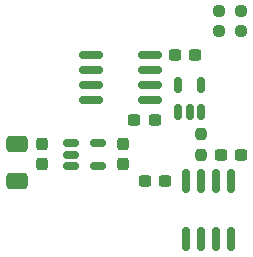
<source format=gtp>
G04 #@! TF.GenerationSoftware,KiCad,Pcbnew,7.0.11-2.fc39*
G04 #@! TF.CreationDate,2024-06-09T18:16:26+02:00*
G04 #@! TF.ProjectId,current_measurement_extension,63757272-656e-4745-9f6d-656173757265,1.0*
G04 #@! TF.SameCoordinates,Original*
G04 #@! TF.FileFunction,Paste,Top*
G04 #@! TF.FilePolarity,Positive*
%FSLAX46Y46*%
G04 Gerber Fmt 4.6, Leading zero omitted, Abs format (unit mm)*
G04 Created by KiCad (PCBNEW 7.0.11-2.fc39) date 2024-06-09 18:16:26*
%MOMM*%
%LPD*%
G01*
G04 APERTURE LIST*
G04 Aperture macros list*
%AMRoundRect*
0 Rectangle with rounded corners*
0 $1 Rounding radius*
0 $2 $3 $4 $5 $6 $7 $8 $9 X,Y pos of 4 corners*
0 Add a 4 corners polygon primitive as box body*
4,1,4,$2,$3,$4,$5,$6,$7,$8,$9,$2,$3,0*
0 Add four circle primitives for the rounded corners*
1,1,$1+$1,$2,$3*
1,1,$1+$1,$4,$5*
1,1,$1+$1,$6,$7*
1,1,$1+$1,$8,$9*
0 Add four rect primitives between the rounded corners*
20,1,$1+$1,$2,$3,$4,$5,0*
20,1,$1+$1,$4,$5,$6,$7,0*
20,1,$1+$1,$6,$7,$8,$9,0*
20,1,$1+$1,$8,$9,$2,$3,0*%
G04 Aperture macros list end*
%ADD10RoundRect,0.237500X-0.300000X-0.237500X0.300000X-0.237500X0.300000X0.237500X-0.300000X0.237500X0*%
%ADD11RoundRect,0.150000X-0.512500X-0.150000X0.512500X-0.150000X0.512500X0.150000X-0.512500X0.150000X0*%
%ADD12RoundRect,0.237500X0.250000X0.237500X-0.250000X0.237500X-0.250000X-0.237500X0.250000X-0.237500X0*%
%ADD13RoundRect,0.237500X-0.237500X0.250000X-0.237500X-0.250000X0.237500X-0.250000X0.237500X0.250000X0*%
%ADD14RoundRect,0.237500X0.300000X0.237500X-0.300000X0.237500X-0.300000X-0.237500X0.300000X-0.237500X0*%
%ADD15RoundRect,0.250000X-0.650000X0.412500X-0.650000X-0.412500X0.650000X-0.412500X0.650000X0.412500X0*%
%ADD16RoundRect,0.150000X-0.825000X-0.150000X0.825000X-0.150000X0.825000X0.150000X-0.825000X0.150000X0*%
%ADD17RoundRect,0.150000X0.150000X-0.512500X0.150000X0.512500X-0.150000X0.512500X-0.150000X-0.512500X0*%
%ADD18RoundRect,0.150000X0.150000X-0.825000X0.150000X0.825000X-0.150000X0.825000X-0.150000X-0.825000X0*%
%ADD19RoundRect,0.237500X-0.237500X0.300000X-0.237500X-0.300000X0.237500X-0.300000X0.237500X0.300000X0*%
G04 APERTURE END LIST*
D10*
X109067600Y-63500000D03*
X110792600Y-63500000D03*
D11*
X96418400Y-62514400D03*
X96418400Y-63464400D03*
X96418400Y-64414400D03*
X98693400Y-64414400D03*
X98693400Y-62514400D03*
D12*
X110791000Y-51308000D03*
X108966000Y-51308000D03*
D13*
X107391200Y-61675000D03*
X107391200Y-63500000D03*
D14*
X104391800Y-65684400D03*
X102666800Y-65684400D03*
D15*
X91795600Y-62559400D03*
X91795600Y-65684400D03*
D10*
X105206800Y-55016400D03*
X106931800Y-55016400D03*
D16*
X98094800Y-55016400D03*
X98094800Y-56286400D03*
X98094800Y-57556400D03*
X98094800Y-58826400D03*
X103044800Y-58826400D03*
X103044800Y-57556400D03*
X103044800Y-56286400D03*
X103044800Y-55016400D03*
D17*
X105491200Y-59842400D03*
X106441200Y-59842400D03*
X107391200Y-59842400D03*
X107391200Y-57567400D03*
X105491200Y-57567400D03*
D14*
X103479600Y-60502800D03*
X101754600Y-60502800D03*
D18*
X106121200Y-70634400D03*
X107391200Y-70634400D03*
X108661200Y-70634400D03*
X109931200Y-70634400D03*
X109931200Y-65684400D03*
X108661200Y-65684400D03*
X107391200Y-65684400D03*
X106121200Y-65684400D03*
D19*
X93929200Y-62537000D03*
X93929200Y-64262000D03*
X100838000Y-62537000D03*
X100838000Y-64262000D03*
D12*
X110792900Y-52984400D03*
X108967900Y-52984400D03*
M02*

</source>
